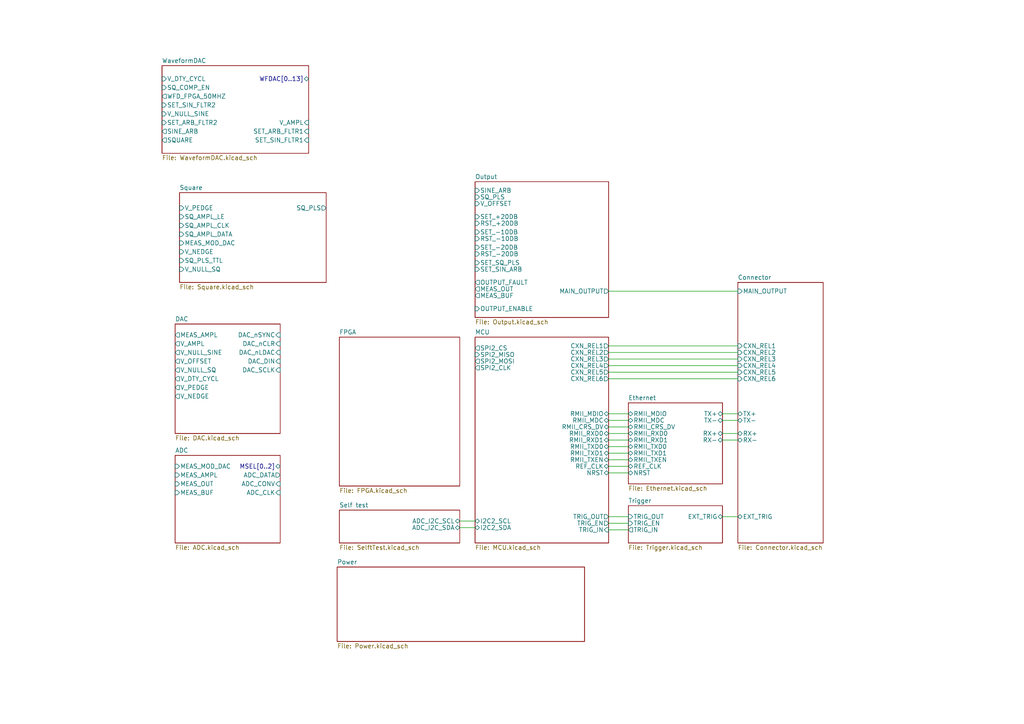
<source format=kicad_sch>
(kicad_sch (version 20230121) (generator eeschema)
  (paper "A4")
  (title_block (date "2023-07-12") (rev "1.1"))
  (lib_symbols)
  (wire (pts (xy 176.53 107.95) (xy 213.995 107.95)))
  (wire (pts (xy 176.53 109.855) (xy 213.995 109.855)))
  (wire (pts (xy 209.55 121.92) (xy 213.995 121.92)))
  (wire (pts (xy 176.53 127.635) (xy 182.245 127.635)))
  (wire (pts (xy 209.55 149.86) (xy 213.995 149.86)))
  (wire (pts (xy 176.53 123.825) (xy 182.245 123.825)))
  (wire (pts (xy 133.35 151.13) (xy 137.795 151.13)))
  (wire (pts (xy 176.53 131.445) (xy 182.245 131.445)))
  (wire (pts (xy 176.53 120.015) (xy 182.245 120.015)))
  (wire (pts (xy 209.55 127.635) (xy 213.995 127.635)))
  (wire (pts (xy 209.55 125.73) (xy 213.995 125.73)))
  (wire (pts (xy 176.53 153.67) (xy 182.245 153.67)))
  (wire (pts (xy 176.53 84.455) (xy 213.995 84.455)))
  (wire (pts (xy 176.53 121.92) (xy 182.245 121.92)))
  (wire (pts (xy 176.53 137.16) (xy 182.245 137.16)))
  (wire (pts (xy 209.55 120.015) (xy 213.995 120.015)))
  (wire (pts (xy 176.53 102.235) (xy 213.995 102.235)))
  (wire (pts (xy 176.53 129.54) (xy 182.245 129.54)))
  (wire (pts (xy 176.53 151.765) (xy 182.245 151.765)))
  (wire (pts (xy 176.53 106.045) (xy 213.995 106.045)))
  (wire (pts (xy 176.53 100.33) (xy 213.995 100.33)))
  (wire (pts (xy 176.53 104.14) (xy 213.995 104.14)))
  (wire (pts (xy 176.53 135.255) (xy 182.245 135.255)))
  (wire (pts (xy 176.53 149.86) (xy 182.245 149.86)))
  (wire (pts (xy 133.35 153.035) (xy 137.795 153.035)))
  (wire (pts (xy 176.53 125.73) (xy 182.245 125.73)))
  (wire (pts (xy 176.53 133.35) (xy 182.245 133.35)))
  (sheet (at 182.245 146.685) (size 27.305 10.795) (stroke (width 0.1524))
    (property "Sheetname" "Trigger" (at 182.245 145.9734 0) (effects (justify left bottom)))
    (property "Sheetfile" "Trigger.kicad_sch" (at 182.245 158.0646 0) (effects (justify left top)))
    (pin "TRIG_OUT" input (at 182.245 149.86 180))
    (pin "TRIG_EN" input (at 182.245 151.765 180))
    (pin "TRIG_IN" output (at 182.245 153.67 180))
    (pin "EXT_TRIG" bidirectional (at 209.55 149.86 0))
  )
  (sheet (at 137.795 97.79) (size 38.735 59.69) (stroke (width 0.1524))
    (property "Sheetname" "MCU" (at 137.795 97.0784 0) (effects (justify left bottom)))
    (property "Sheetfile" "MCU.kicad_sch" (at 137.795 158.0646 0) (effects (justify left top)))
    (pin "RMII_MDIO" bidirectional (at 176.53 120.015 0))
    (pin "REF_CLK" bidirectional (at 176.53 135.255 0))
    (pin "RMII_RXD0" bidirectional (at 176.53 125.73 0))
    (pin "RMII_MDC" bidirectional (at 176.53 121.92 0))
    (pin "RMII_RXD1" bidirectional (at 176.53 127.635 0))
    (pin "RMII_CRS_DV" bidirectional (at 176.53 123.825 0))
    (pin "CXN_REL2" output (at 176.53 102.235 0))
    (pin "CXN_REL1" output (at 176.53 100.33 0))
    (pin "CXN_REL5" output (at 176.53 107.95 0))
    (pin "CXN_REL4" output (at 176.53 106.045 0))
    (pin "CXN_REL6" output (at 176.53 109.855 0))
    (pin "CXN_REL3" output (at 176.53 104.14 0))
    (pin "RMII_TXD0" bidirectional (at 176.53 129.54 0))
    (pin "RMII_TXD1" bidirectional (at 176.53 131.445 0))
    (pin "RMII_TXEN" bidirectional (at 176.53 133.35 0))
    (pin "NRST" bidirectional (at 176.53 137.16 0))
    (pin "TRIG_OUT" output (at 176.53 149.86 0))
    (pin "TRIG_IN" input (at 176.53 153.67 0))
    (pin "TRIG_EN" output (at 176.53 151.765 0))
    (pin "I2C2_SDA" bidirectional (at 137.795 153.035 180))
    (pin "I2C2_SCL" bidirectional (at 137.795 151.13 180))
    (pin "SPI2_CS" output (at 137.795 100.965 180))
    (pin "SPI2_MISO" input (at 137.795 102.87 180))
    (pin "SPI2_MOSI" output (at 137.795 104.775 180))
    (pin "SPI2_CLK" output (at 137.795 106.68 180))
  )
  (sheet (at 46.99 19.05) (size 42.545 25.4) (stroke (width 0.1524))
    (property "Sheetname" "WaveformDAC" (at 46.99 18.3384 0) (effects (justify left bottom)))
    (property "Sheetfile" "WaveformDAC.kicad_sch" (at 46.99 45.0346 0) (effects (justify left top)))
    (pin "V_DTY_CYCL" input (at 46.99 22.86 180))
    (pin "SQ_COMP_EN" input (at 46.99 25.4 180))
    (pin "WFD_FPGA_50MHZ" output (at 46.99 27.94 180))
    (pin "SET_SIN_FLTR2" input (at 46.99 30.48 180))
    (pin "V_NULL_SINE" input (at 46.99 33.02 180))
    (pin "SET_ARB_FLTR2" input (at 46.99 35.56 180))
    (pin "SINE_ARB" output (at 46.99 38.1 180))
    (pin "SQUARE" output (at 46.99 40.64 180))
    (pin "SET_SIN_FLTR1" input (at 89.535 40.64 0))
    (pin "SET_ARB_FLTR1" input (at 89.535 38.1 0))
    (pin "V_AMPL" input (at 89.535 35.56 0))
    (pin "WFDAC[0..13]" bidirectional (at 89.535 22.86 0))
  )
  (sheet (at 213.995 81.915) (size 24.765 75.565) (stroke (width 0.1524))
    (property "Sheetname" "Connector" (at 213.995 81.2034 0) (effects (justify left bottom)))
    (property "Sheetfile" "Connector.kicad_sch" (at 213.995 158.0646 0) (effects (justify left top)))
    (pin "EXT_TRIG" bidirectional (at 213.995 149.86 180))
    (pin "RX-" bidirectional (at 213.995 127.635 180))
    (pin "RX+" bidirectional (at 213.995 125.73 180))
    (pin "TX+" bidirectional (at 213.995 120.015 180))
    (pin "TX-" bidirectional (at 213.995 121.92 180))
    (pin "CXN_REL4" input (at 213.995 106.045 180))
    (pin "CXN_REL6" input (at 213.995 109.855 180))
    (pin "CXN_REL2" input (at 213.995 102.235 180))
    (pin "CXN_REL3" input (at 213.995 104.14 180))
    (pin "CXN_REL5" input (at 213.995 107.95 180))
    (pin "CXN_REL1" input (at 213.995 100.33 180))
    (pin "MAIN_OUTPUT" input (at 213.995 84.455 180))
  )
  (sheet (at 98.425 97.79) (size 34.925 43.18) (stroke (width 0.1524))
    (property "Sheetname" "FPGA" (at 98.425 97.0784 0) (effects (justify left bottom)))
    (property "Sheetfile" "FPGA.kicad_sch" (at 98.425 141.5546 0) (effects (justify left top)))
  )
  (sheet (at 97.79 164.465) (size 71.755 21.59) (stroke (width 0.1524))
    (property "Sheetname" "Power" (at 97.79 163.7534 0) (effects (justify left bottom)))
    (property "Sheetfile" "Power.kicad_sch" (at 97.79 186.6396 0) (effects (justify left top)))
  )
  (sheet (at 137.795 52.705) (size 38.735 39.37) (stroke (width 0.1524))
    (property "Sheetname" "Output" (at 137.795 51.9934 0) (effects (justify left bottom)))
    (property "Sheetfile" "Output.kicad_sch" (at 137.795 92.6596 0) (effects (justify left top)))
    (pin "OUTPUT_FAULT" output (at 137.795 81.915 180))
    (pin "MAIN_OUTPUT" output (at 176.53 84.455 0))
    (pin "SET_-20DB" input (at 137.795 71.755 180))
    (pin "RST_-20DB" input (at 137.795 73.66 180))
    (pin "RST_-10DB" input (at 137.795 69.215 180))
    (pin "V_OFFSET" input (at 137.795 59.055 180))
    (pin "SET_-10DB" input (at 137.795 67.31 180))
    (pin "MEAS_BUF" output (at 137.795 85.725 180))
    (pin "SINE_ARB" input (at 137.795 55.245 180))
    (pin "SET_SQ_PLS" input (at 137.795 76.2 180))
    (pin "SET_SIN_ARB" input (at 137.795 78.105 180))
    (pin "SQ_PLS" input (at 137.795 57.15 180))
    (pin "RST_+20DB" input (at 137.795 64.77 180))
    (pin "SET_+20DB" input (at 137.795 62.865 180))
    (pin "OUTPUT_ENABLE" input (at 137.795 89.535 180))
    (pin "MEAS_OUT" output (at 137.795 83.82 180))
  )
  (sheet (at 50.8 93.98) (size 30.48 31.75) (stroke (width 0.1524))
    (property "Sheetname" "DAC" (at 50.8 93.2684 0) (effects (justify left bottom)))
    (property "Sheetfile" "DAC.kicad_sch" (at 50.8 126.3146 0) (effects (justify left top)))
    (pin "MEAS_AMPL" output (at 50.8 97.155 180))
    (pin "V_AMPL" output (at 50.8 99.695 180))
    (pin "V_NULL_SINE" output (at 50.8 102.235 180))
    (pin "V_OFFSET" output (at 50.8 104.775 180))
    (pin "V_NULL_SQ" output (at 50.8 107.315 180))
    (pin "V_DTY_CYCL" output (at 50.8 109.855 180))
    (pin "V_PEDGE" output (at 50.8 112.395 180))
    (pin "V_NEDGE" output (at 50.8 114.935 180))
    (pin "DAC_nSYNC" input (at 81.28 97.155 0))
    (pin "DAC_nCLR" input (at 81.28 99.695 0))
    (pin "DAC_nLDAC" input (at 81.28 102.235 0))
    (pin "DAC_DIN" input (at 81.28 104.775 0))
    (pin "DAC_SCLK" input (at 81.28 107.315 0))
  )
  (sheet (at 52.07 55.88) (size 42.545 26.035) (stroke (width 0.1524))
    (property "Sheetname" "Square" (at 52.07 55.1684 0) (effects (justify left bottom)))
    (property "Sheetfile" "Square.kicad_sch" (at 52.07 82.4996 0) (effects (justify left top)))
    (pin "SQ_AMPL_LE" input (at 52.07 62.865 180))
    (pin "SQ_AMPL_CLK" input (at 52.07 65.405 180))
    (pin "SQ_AMPL_DATA" input (at 52.07 67.945 180))
    (pin "MEAS_MOD_DAC" input (at 52.07 70.485 180))
    (pin "V_NEDGE" input (at 52.07 73.025 180))
    (pin "SQ_PLS_TTL" input (at 52.07 75.565 180))
    (pin "SQ_PLS" output (at 94.615 60.325 0))
    (pin "V_NULL_SQ" input (at 52.07 78.105 180))
    (pin "V_PEDGE" input (at 52.07 60.325 180))
  )
  (sheet (at 98.425 147.955) (size 34.925 9.525) (stroke (width 0.1524))
    (property "Sheetname" "Self test" (at 98.425 147.2434 0) (effects (justify left bottom)))
    (property "Sheetfile" "SelftTest.kicad_sch" (at 98.425 158.0646 0) (effects (justify left top)))
    (pin "ADC_I2C_SCL" bidirectional (at 133.35 151.13 0))
    (pin "ADC_I2C_SDA" bidirectional (at 133.35 153.035 0))
  )
  (sheet (at 50.8 132.08) (size 30.48 25.4) (stroke (width 0.1524))
    (property "Sheetname" "ADC" (at 50.8 131.3684 0) (effects (justify left bottom)))
    (property "Sheetfile" "ADC.kicad_sch" (at 50.8 158.0646 0) (effects (justify left top)))
    (pin "ADC_CLK" input (at 81.28 142.875 0))
    (pin "ADC_DATA" output (at 81.28 137.795 0))
    (pin "ADC_CONV" input (at 81.28 140.335 0))
    (pin "MSEL[0..2]" bidirectional (at 81.28 135.255 0))
    (pin "MEAS_MOD_DAC" input (at 50.8 135.255 180))
    (pin "MEAS_BUF" input (at 50.8 142.875 180))
    (pin "MEAS_AMPL" input (at 50.8 137.795 180))
    (pin "MEAS_OUT" input (at 50.8 140.335 180))
  )
  (sheet (at 182.245 116.84) (size 27.305 23.495) (stroke (width 0.1524))
    (property "Sheetname" "Ethernet" (at 182.245 116.1284 0) (effects (justify left bottom)))
    (property "Sheetfile" "Ethernet.kicad_sch" (at 182.245 140.9196 0) (effects (justify left top)))
    (pin "RMII_MDIO" bidirectional (at 182.245 120.015 180))
    (pin "NRST" bidirectional (at 182.245 137.16 180))
    (pin "RMII_MDC" bidirectional (at 182.245 121.92 180))
    (pin "RMII_CRS_DV" bidirectional (at 182.245 123.825 180))
    (pin "RMII_RXD1" bidirectional (at 182.245 127.635 180))
    (pin "RMII_RXD0" bidirectional (at 182.245 125.73 180))
    (pin "RMII_TXD1" bidirectional (at 182.245 131.445 180))
    (pin "RMII_TXD0" bidirectional (at 182.245 129.54 180))
    (pin "RMII_TXEN" bidirectional (at 182.245 133.35 180))
    (pin "REF_CLK" bidirectional (at 182.245 135.255 180))
    (pin "TX+" bidirectional (at 209.55 120.015 0))
    (pin "TX-" bidirectional (at 209.55 121.92 0))
    (pin "RX+" bidirectional (at 209.55 125.73 0))
    (pin "RX-" bidirectional (at 209.55 127.635 0))
  )
)
</source>
